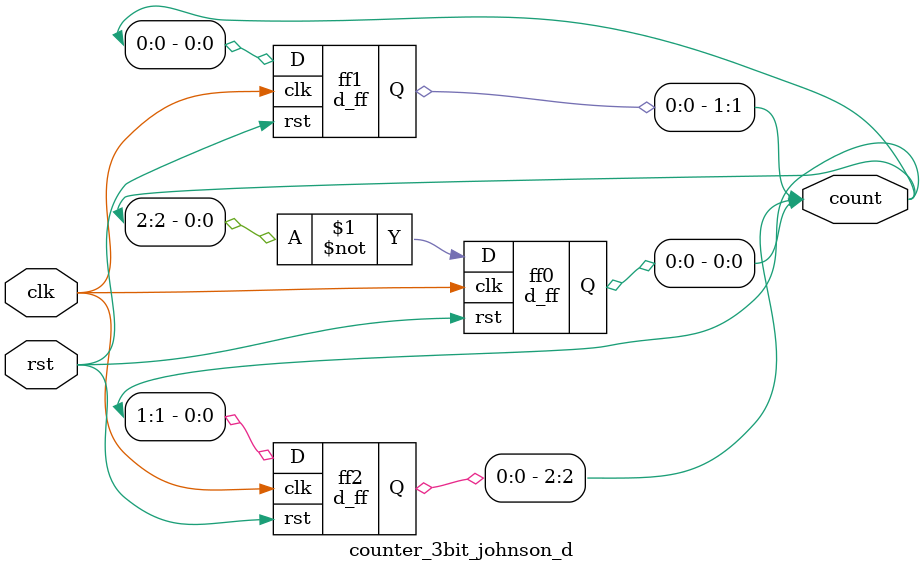
<source format=v>
module jk_ff (input wire j, input wire k, input wire clk, input wire rst, output reg q);
always @(posedge clk or posedge rst) 
begin       
 if (rst)            
     q<=1'b0;                // Reset to 0       
 else begin 
     case ({j, k})             
       2'b00: q<=q;        // No change       
       2'b01: q<=1'b0;     // Reset       
       2'b10: q<=1'b1;     // Set            
       2'b11: q<=~q;       // Toggle          
     endcase       
 end 
end
endmodule

// D Flip-flop module (copied from existing file)
module d_ff (input wire D, input wire clk, input wire rst, output reg Q);
  always @(posedge clk) 
begin  
  if (rst)      Q<=1'b0;     // Asynchronous reset to 0   
 else      Q<=D;        // Sample D on rising edge of clock
  end
endmodule

// 2-bit Up Synchronous Counter using JK Flip-flop
module counter_2bit_up_sync_jk(
    input wire clk,
    input wire rst,
    output wire [1:0] count
);

wire j0, k0, j1, k1;

// For 2-bit up counter: 00->01->10->11->00
// Q0 toggles every clock cycle: J0=1, K0=1
assign j0=1'b1;
assign k0=1'b1;

// Q1 toggles when Q0 is high: J1=Q0, K1=Q0  
assign j1=count[0];
assign k1=count[0];

jk_ff ff0(.j(j0), .k(k0), .clk(clk), .rst(rst), .q(count[0]));
jk_ff ff1(.j(j1), .k(k1), .clk(clk), .rst(rst), .q(count[1]));

endmodule

// 2-bit Down Synchronous Counter using JK Flip-flop
module counter_2bit_down_sync_jk(
    input wire clk,
    input wire rst,
    output wire [1:0] count
);

wire j0, k0, j1, k1;

// For 2-bit down counter: 11->10->01->00->11
// Q0 toggles every clock cycle: J0=1, K0=1
assign j0=1'b1;
assign k0=1'b1;

// Q1 toggles when Q0 is low: J1=~Q0, K1=~Q0
assign j1=~count[0];
assign k1=~count[0];

jk_ff ff0(.j(j0), .k(k0), .clk(clk), .rst(rst), .q(count[0]));
jk_ff ff1(.j(j1), .k(k1), .clk(clk), .rst(rst), .q(count[1]));

endmodule

// 2-bit Up-Down Synchronous Counter using JK Flip-flop
module counter_2bit_updown_sync_jk(
    input wire clk,
    input wire rst,
    input wire up_down, // 1 for up, 0 for down
    output wire [1:0] count
);

wire j0, k0, j1, k1;

// Q0 always toggles: J0=1, K0=1
assign j0=1'b1;
assign k0=1'b1;

// Q1 logic depends on direction
// Up: J1=Q0, K1=Q0
// Down: J1=~Q0, K1=~Q0
assign j1=up_down ? count[0] : ~count[0];
assign k1=up_down ? count[0] : ~count[0];

jk_ff ff0(.j(j0), .k(k0), .clk(clk), .rst(rst), .q(count[0]));
jk_ff ff1(.j(j1), .k(k1), .clk(clk), .rst(rst), .q(count[1]));

endmodule

// 2-bit Ripple Up Counter using D Flip-flop
module counter_2bit_ripple_up_d(
    input wire clk,
    input wire rst,
    output wire [1:0] count
);

// Q0 toggles on every clock edge
d_ff ff0(.D(~count[0]), .clk(clk), .rst(rst), .Q(count[0]));

// Q1 toggles on falling edge of Q0 (ripple effect)
d_ff ff1(.D(~count[1]), .clk(~count[0]), .rst(rst), .Q(count[1]));

endmodule

// 3-bit Ring Counter using D Flip-flop
module counter_3bit_ring_d(
    input wire clk,
    input wire rst,
    output wire [2:0] count
);

// Ring counter: 001->010->100->001...
// Each D input gets the previous Q output (circular)
d_ff ff0(.D(count[2]), .clk(clk), .rst(rst), .Q(count[0]));
d_ff ff1(.D(count[0]), .clk(clk), .rst(rst), .Q(count[1]));
d_ff ff2(.D(count[1]), .clk(clk), .rst(rst), .Q(count[2]));

// Need to initialize to 001 state after reset
// This can be done by setting initial condition in testbench

endmodule

// 3-bit Johnson Counter using D Flip-flop  
module counter_3bit_johnson_d(
    input wire clk,
    input wire rst,
    output wire [2:0] count
);

// Johnson counter: 000->001->011->111->110->100->000...
// Each D input gets the previous Q, except first gets inverted last Q
d_ff ff0(.D(~count[2]), .clk(clk), .rst(rst), .Q(count[0]));
d_ff ff1(.D(count[0]), .clk(clk), .rst(rst), .Q(count[1]));
d_ff ff2(.D(count[1]), .clk(clk), .rst(rst), .Q(count[2]));

endmodule
</source>
